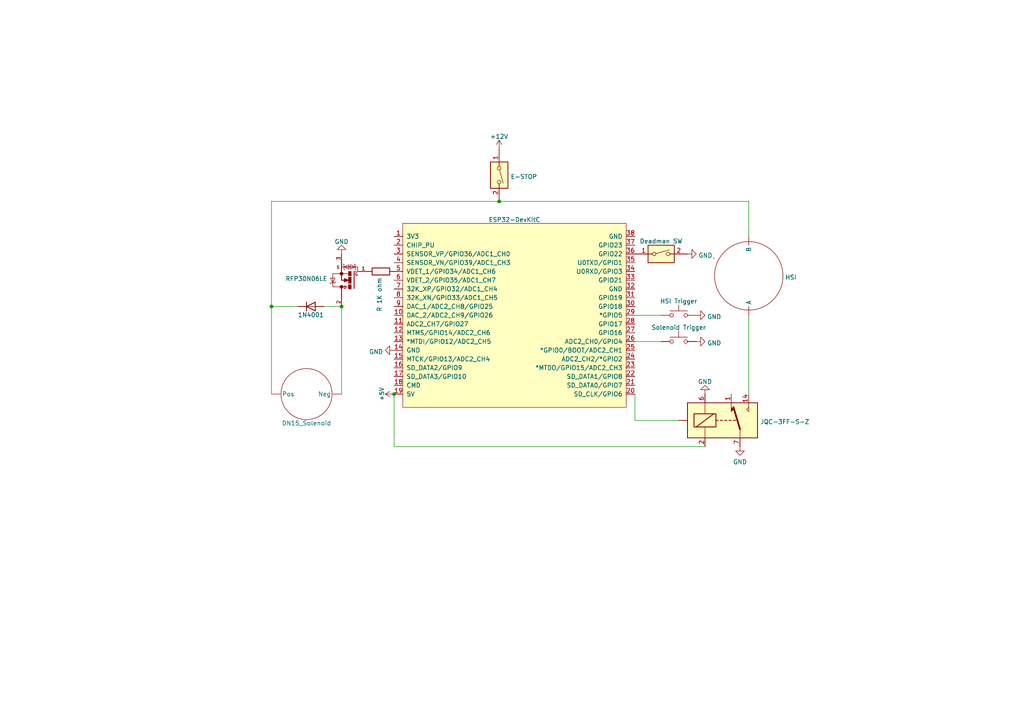
<source format=kicad_sch>
(kicad_sch (version 20211123) (generator eeschema)
  (paper "A4")
  (lib_symbols
    (symbol "Device:R" (pin_numbers hide) (pin_names (offset 0))
      (property "Reference" "R" (at 2.032 0 90))
      (property "Value" "R" (at 0 0 90))
      (symbol "R_0_1"
        (rectangle (start -1.016 -2.54) (end 1.016 2.54) (stroke (width 0.254)))
      )
      (symbol "R_1_1"
        (pin passive line (at 0 3.81 270) (length 1.27) (name "~") (number "1"))
        (pin passive line (at 0 -3.81 90) (length 1.27) (name "~") (number "2"))
      )
    )
    (symbol "Diode:1N4001" (pin_numbers hide) (pin_names (offset 1.016) hide)
      (property "Reference" "D" (at 0 2.54 0))
      (property "Value" "1N4001" (at 0 -2.54 0))
      (symbol "1N4001_0_1"
        (polyline (pts (xy -1.27 1.27) (xy -1.27 -1.27)) (stroke (width 0.254)))
        (polyline (pts (xy 1.27 0) (xy -1.27 0)))
        (polyline (pts (xy 1.27 1.27) (xy 1.27 -1.27) (xy -1.27 0) (xy 1.27 1.27)) (stroke (width 0.254)))
      )
      (symbol "1N4001_1_1"
        (pin passive line (at -3.81 0 0) (length 2.54) (name "K") (number "1"))
        (pin passive line (at 3.81 0 180) (length 2.54) (name "A") (number "2"))
      )
    )
    (symbol "Espressif:ESP32-DevKitC" (pin_names (offset 1.016))
      (property "Reference" "U" (at -8.89 26.67 0))
      (property "Value" "ESP32-DevKitC" (at 0 -29.21 0))
      (symbol "ESP32-DevKitC_0_0"
        (pin power_in line (at -33.02 -11.43 0) (length 2.54) (name "GND") (number "14"))
        (pin power_in line (at -33.02 -24.13 0) (length 2.54) (name "5V") (number "19"))
      )
      (symbol "ESP32-DevKitC_0_1"
        (rectangle (start -30.48 25.4) (end 34.29 -27.94) (fill (type background)))
      )
      (symbol "ESP32-DevKitC_1_1"
        (pin power_in line (at -33.02 21.59 0) (length 2.54) (name "3V3") (number "1"))
        (pin bidirectional line (at -33.02 -1.27 0) (length 2.54) (name "DAC_2/ADC2_CH9/GPIO26") (number "10"))
        (pin bidirectional line (at -33.02 -3.81 0) (length 2.54) (name "ADC2_CH7/GPIO27") (number "11"))
        (pin bidirectional line (at -33.02 -6.35 0) (length 2.54) (name "MTMS/GPIO14/ADC2_CH6") (number "12"))
        (pin bidirectional line (at -33.02 -8.89 0) (length 2.54) (name "*MTDI/GPIO12/ADC2_CH5") (number "13"))
        (pin bidirectional line (at -33.02 -13.97 0) (length 2.54) (name "MTCK/GPIO13/ADC2_CH4") (number "15"))
        (pin bidirectional line (at -33.02 -16.51 0) (length 2.54) (name "SD_DATA2/GPIO9") (number "16"))
        (pin bidirectional line (at -33.02 -19.05 0) (length 2.54) (name "SD_DATA3/GPIO10") (number "17"))
        (pin bidirectional line (at -33.02 -21.59 0) (length 2.54) (name "CMD") (number "18"))
        (pin input line (at -33.02 19.05 0) (length 2.54) (name "CHIP_PU") (number "2"))
        (pin bidirectional line (at 36.83 -24.13 180) (length 2.54) (name "SD_CLK/GPIO6") (number "20"))
        (pin bidirectional line (at 36.83 -21.59 180) (length 2.54) (name "SD_DATA0/GPIO7") (number "21"))
        (pin bidirectional line (at 36.83 -19.05 180) (length 2.54) (name "SD_DATA1/GPIO8") (number "22"))
        (pin bidirectional line (at 36.83 -16.51 180) (length 2.54) (name "*MTDO/GPIO15/ADC2_CH3") (number "23"))
        (pin bidirectional line (at 36.83 -13.97 180) (length 2.54) (name "ADC2_CH2/*GPIO2") (number "24"))
        (pin bidirectional line (at 36.83 -11.43 180) (length 2.54) (name "*GPIO0/BOOT/ADC2_CH1") (number "25"))
        (pin bidirectional line (at 36.83 -8.89 180) (length 2.54) (name "ADC2_CH0/GPIO4") (number "26"))
        (pin bidirectional line (at 36.83 -6.35 180) (length 2.54) (name "GPIO16") (number "27"))
        (pin bidirectional line (at 36.83 -3.81 180) (length 2.54) (name "GPIO17") (number "28"))
        (pin bidirectional line (at 36.83 -1.27 180) (length 2.54) (name "*GPIO5") (number "29"))
        (pin input line (at -33.02 16.51 0) (length 2.54) (name "SENSOR_VP/GPIO36/ADC1_CH0") (number "3"))
        (pin bidirectional line (at 36.83 1.27 180) (length 2.54) (name "GPIO18") (number "30"))
        (pin bidirectional line (at 36.83 3.81 180) (length 2.54) (name "GPIO19") (number "31"))
        (pin power_in line (at 36.83 6.35 180) (length 2.54) (name "GND") (number "32"))
        (pin bidirectional line (at 36.83 8.89 180) (length 2.54) (name "GPIO21") (number "33"))
        (pin bidirectional line (at 36.83 11.43 180) (length 2.54) (name "U0RXD/GPIO3") (number "34"))
        (pin bidirectional line (at 36.83 13.97 180) (length 2.54) (name "U0TXD/GPIO1") (number "35"))
        (pin bidirectional line (at 36.83 16.51 180) (length 2.54) (name "GPIO22") (number "36"))
        (pin bidirectional line (at 36.83 19.05 180) (length 2.54) (name "GPIO23") (number "37"))
        (pin power_in line (at 36.83 21.59 180) (length 2.54) (name "GND") (number "38"))
        (pin input line (at -33.02 13.97 0) (length 2.54) (name "SENSOR_VN/GPIO39/ADC1_CH3") (number "4"))
        (pin input line (at -33.02 11.43 0) (length 2.54) (name "VDET_1/GPIO34/ADC1_CH6") (number "5"))
        (pin input line (at -33.02 8.89 0) (length 2.54) (name "VDET_2/GPIO35/ADC1_CH7") (number "6"))
        (pin bidirectional line (at -33.02 6.35 0) (length 2.54) (name "32K_XP/GPIO32/ADC1_CH4") (number "7"))
        (pin bidirectional line (at -33.02 3.81 0) (length 2.54) (name "32K_XN/GPIO33/ADC1_CH5") (number "8"))
        (pin bidirectional line (at -33.02 1.27 0) (length 2.54) (name "DAC_1/ADC2_CH8/GPIO25") (number "9"))
      )
    )
    (symbol "RFP30N06LE:RFP30N06LE" (pin_names (offset 1.016) hide)
      (property "Reference" "Q" (at 5.08 2.54 0))
      (property "Value" "RFP30N06LE" (at 5.08 -2.54 0))
      (symbol "RFP30N06LE_0_0"
        (rectangle (start -2.794 -2.54) (end -2.032 -1.27) (fill (type outline)))
        (rectangle (start -2.794 1.27) (end -2.032 2.54) (fill (type outline)))
        (circle (center 0 -1.905) (radius 0.127) (stroke (width 0.4064)))
        (polyline (pts (xy -4.6736 -3.8608) (xy -3.937 -3.8608)) (stroke (width 0.1524)))
        (polyline (pts (xy -4.6736 -2.54) (xy -5.08 -2.54)) (stroke (width 0.1524)))
        (polyline (pts (xy -4.6736 -2.54) (xy -4.6736 -3.8608)) (stroke (width 0.1524)))
        (polyline (pts (xy -4.2164 -3.0226) (xy -3.937 -3.2258)) (stroke (width 0.1524)))
        (polyline (pts (xy -3.937 -4.4958) (xy -3.937 -3.8608)) (stroke (width 0.1524)))
        (polyline (pts (xy -3.937 -4.4958) (xy -3.6576 -4.699)) (stroke (width 0.1524)))
        (polyline (pts (xy -3.937 -3.8608) (xy -3.937 -3.2258)) (stroke (width 0.1524)))
        (polyline (pts (xy -3.937 -3.8608) (xy -2.54 -4.4958)) (stroke (width 0.1524)))
        (polyline (pts (xy -3.937 -3.8608) (xy -1.27 -3.8608)) (stroke (width 0.1524)))
        (polyline (pts (xy -3.6576 -2.54) (xy -4.6736 -2.54)) (stroke (width 0.1524)))
        (polyline (pts (xy -3.6576 2.413) (xy -3.6576 -2.54)) (stroke (width 0.254)))
        (polyline (pts (xy -2.54 -4.4958) (xy -2.54 -3.2258)) (stroke (width 0.1524)))
        (polyline (pts (xy -2.54 -3.2258) (xy -3.937 -3.8608)) (stroke (width 0.1524)))
        (polyline (pts (xy -2.286 0) (xy -0.762 -0.508)) (stroke (width 0.1524)))
        (polyline (pts (xy -2.1082 -4.4958) (xy -0.7112 -3.8608)) (stroke (width 0.1524)))
        (polyline (pts (xy -2.1082 -3.2258) (xy -2.1082 -4.4958)) (stroke (width 0.1524)))
        (polyline (pts (xy -2.032 -1.905) (xy 0 -1.905)) (stroke (width 0.1524)))
        (polyline (pts (xy -2.032 0) (xy -2.286 0)) (stroke (width 0.254)))
        (polyline (pts (xy -2.032 0) (xy -0.889 -0.254)) (stroke (width 0.3048)))
        (polyline (pts (xy -1.905 0) (xy -2.032 0)) (stroke (width 0.254)))
        (polyline (pts (xy -1.143 0.254) (xy -2.032 0)) (stroke (width 0.3048)))
        (polyline (pts (xy -0.889 -0.254) (xy -0.889 0.254)) (stroke (width 0.3048)))
        (polyline (pts (xy -0.889 0.254) (xy -2.286 0)) (stroke (width 0.1524)))
        (polyline (pts (xy -0.889 0.254) (xy -1.905 0)) (stroke (width 0.3048)))
        (polyline (pts (xy -0.762 -0.508) (xy -0.762 0)) (stroke (width 0.1524)))
        (polyline (pts (xy -0.762 0) (xy -1.905 0)) (stroke (width 0.254)))
        (polyline (pts (xy -0.762 0) (xy -0.762 0.508)) (stroke (width 0.1524)))
        (polyline (pts (xy -0.762 0) (xy 0 0)) (stroke (width 0.254)))
        (polyline (pts (xy -0.762 0.508) (xy -2.286 0)) (stroke (width 0.1524)))
        (polyline (pts (xy -0.7112 -3.8608) (xy -3.3782 -3.8608)) (stroke (width 0.1524)))
        (polyline (pts (xy -0.7112 -3.8608) (xy -2.1082 -3.2258)) (stroke (width 0.1524)))
        (polyline (pts (xy -0.7112 -3.8608) (xy -0.7112 -4.4958)) (stroke (width 0.1524)))
        (polyline (pts (xy -0.7112 -3.2258) (xy -0.9906 -3.0226)) (stroke (width 0.1524)))
        (polyline (pts (xy -0.7112 -3.2258) (xy -0.7112 -3.8608)) (stroke (width 0.1524)))
        (polyline (pts (xy -0.4318 -4.699) (xy -0.7112 -4.4958)) (stroke (width 0.1524)))
        (polyline (pts (xy 0 -5.08) (xy 0 -3.8608)) (stroke (width 0.254)))
        (polyline (pts (xy 0 -3.8608) (xy -0.7112 -3.8608)) (stroke (width 0.1524)))
        (polyline (pts (xy 0 -3.8608) (xy 0 -2.032)) (stroke (width 0.254)))
        (polyline (pts (xy 0 -1.905) (xy 0 -2.032)) (stroke (width 0.1524)))
        (polyline (pts (xy 0 0) (xy 0 -1.778)) (stroke (width 0.254)))
        (polyline (pts (xy 0 1.905) (xy -2.0066 1.905)) (stroke (width 0.1524)))
        (polyline (pts (xy 0 1.905) (xy 2.54 1.905)) (stroke (width 0.1524)))
        (polyline (pts (xy 0 2.032) (xy 0 1.905)) (stroke (width 0.1524)))
        (polyline (pts (xy 0 5.08) (xy 0 2.032)) (stroke (width 0.254)))
        (polyline (pts (xy 1.905 -0.635) (xy 3.175 -0.635)) (stroke (width 0.1524)))
        (polyline (pts (xy 1.905 0.762) (xy 1.7018 0.4826)) (stroke (width 0.1524)))
        (polyline (pts (xy 1.905 0.762) (xy 2.54 0.762)) (stroke (width 0.1524)))
        (polyline (pts (xy 2.54 -1.905) (xy 0 -1.905)) (stroke (width 0.1524)))
        (polyline (pts (xy 2.54 0.762) (xy 1.905 -0.635)) (stroke (width 0.1524)))
        (polyline (pts (xy 2.54 0.762) (xy 2.54 -1.905)) (stroke (width 0.1524)))
        (polyline (pts (xy 2.54 0.762) (xy 3.175 0.762)) (stroke (width 0.1524)))
        (polyline (pts (xy 2.54 1.905) (xy 2.54 0.762)) (stroke (width 0.1524)))
        (polyline (pts (xy 3.175 -0.635) (xy 2.54 0.762)) (stroke (width 0.1524)))
        (polyline (pts (xy 3.3782 1.0414) (xy 3.175 0.762)) (stroke (width 0.1524)))
        (polyline (pts (xy -2.794 0.889) (xy -2.032 0.889) (xy -2.032 -0.889) (xy -2.794 -0.889) (xy -2.794 0.889)) (fill (type outline)))
        (circle (center 0 1.905) (radius 0.127) (stroke (width 0.4064)))
        (text "D" (at -1.524 2.54 0) (effects (font (size 0.8128 0.8128)) (justify left bottom)))
        (text "G" (at -4.826 -1.27 0) (effects (font (size 0.8128 0.8128)) (justify left bottom)))
        (text "S" (at 0.5334 -3.2512 0) (effects (font (size 0.8128 0.8128)) (justify left bottom)))
        (pin input line (at -7.62 -2.54 0) (length 2.54) (name "~") (number "1"))
        (pin power_in line (at 0 7.62 270) (length 2.54) (name "~") (number "2"))
        (pin power_in line (at 0 -7.62 90) (length 2.54) (name "~") (number "3"))
      )
    )
    (symbol "Relay:DIPxx-1Cxx-51x"
      (property "Value" "JQC-3FF-S-Z" (at 10.922 -1.7022 0))
      (symbol "DIPxx-1Cxx-51x_0_0"
        (polyline (pts (xy 2.54 5.08) (xy 2.54 2.54) (xy 3.175 3.175) (xy 2.54 3.81)) (fill (type outline)))
        (polyline (pts (xy 7.62 5.08) (xy 7.62 2.54) (xy 6.985 3.175) (xy 7.62 3.81)))
      )
      (symbol "DIPxx-1Cxx-51x_0_1"
        (rectangle (start -10.16 5.08) (end 10.16 -5.08) (stroke (width 0.254)) (fill (type background)))
        (rectangle (start -8.255 1.905) (end -1.905 -1.905) (stroke (width 0.254)))
        (polyline (pts (xy -7.62 -1.905) (xy -2.54 1.905)) (stroke (width 0.254)))
        (polyline (pts (xy -5.08 -5.08) (xy -5.08 -1.905)))
        (polyline (pts (xy -5.08 5.08) (xy -5.08 1.905)))
        (polyline (pts (xy -1.905 0) (xy -1.27 0)) (stroke (width 0.254)))
        (polyline (pts (xy -0.635 0) (xy 0 0)) (stroke (width 0.254)))
        (polyline (pts (xy 0.635 0) (xy 1.27 0)) (stroke (width 0.254)))
        (polyline (pts (xy 1.905 0) (xy 2.54 0)) (stroke (width 0.254)))
        (polyline (pts (xy 3.175 0) (xy 3.81 0)) (stroke (width 0.254)))
        (polyline (pts (xy 5.08 -2.54) (xy 3.175 3.81)) (stroke (width 0.508)))
        (polyline (pts (xy 5.08 -2.54) (xy 5.08 -5.08)))
      )
      (symbol "DIPxx-1Cxx-51x_1_1"
        (pin input line (at -12.7 0 0) (length 2.54) (name "") (number ""))
        (pin passive line (at 2.54 7.62 270) (length 2.54) (name "~") (number "1"))
        (pin passive line (at 7.62 7.62 270) (length 2.54) (name "~") (number "14"))
        (pin passive line (at -5.08 -7.62 90) (length 2.54) (name "~") (number "2"))
        (pin passive line (at -5.08 7.62 270) (length 2.54) (name "~") (number "6"))
        (pin passive line (at 5.08 -7.62 90) (length 2.54) (name "~") (number "7"))
        (pin passive line (at 5.08 -7.62 90) (length 2.54) hide (name "~") (number "8"))
      )
    )
    (symbol "Relay:HSI"
      (property "Value" "HSI" (at 0 0 0))
      (symbol "HSI_0_1"
        (circle (center 0 0) (radius 9.919))
        (circle (center 5.08 10.16) (radius 0.0001))
      )
      (symbol "HSI_1_1"
        (pin input line (at -11.43 0 0) (length 2.54) (name "A") (number ""))
        (pin output line (at 11.43 0 180) (length 2.54) (name "B") (number ""))
      )
    )
    (symbol "Solenoids:DN15_Solenoid"
      (property "Value" "DN15_Solenoid" (at 0 -8.89 0))
      (symbol "DN15_Solenoid_0_1"
        (circle (center 0 0) (radius 7.4053))
      )
      (symbol "DN15_Solenoid_1_1"
        (pin input line (at -10.16 0 0) (length 2.54) (name "Neg") (number ""))
        (pin input line (at 10.16 0 180) (length 2.54) (name "Pos") (number ""))
      )
    )
    (symbol "Switch:SW_DIP_x01" (pin_names (offset 0) hide)
      (property "Reference" "SW" (at 0 3.81 0))
      (property "Value" "SW_DIP_x01" (at 0 -3.81 0))
      (symbol "SW_DIP_x01_0_0"
        (circle (center -2.032 0) (radius 0.508))
        (polyline (pts (xy -1.524 0.127) (xy 2.3622 1.1684)))
        (circle (center 2.032 0) (radius 0.508))
      )
      (symbol "SW_DIP_x01_0_1"
        (rectangle (start -3.81 2.54) (end 3.81 -2.54) (stroke (width 0.254)) (fill (type background)))
      )
      (symbol "SW_DIP_x01_1_1"
        (pin passive line (at -7.62 0 0) (length 5.08) (name "~") (number "1"))
        (pin passive line (at 7.62 0 180) (length 5.08) (name "~") (number "2"))
      )
    )
    (symbol "Switch:SW_Push" (pin_numbers hide) (pin_names (offset 1.016) hide)
      (property "Reference" "SW" (at 1.27 2.54 0))
      (property "Value" "SW_Push" (at 0 -1.524 0))
      (symbol "SW_Push_0_1"
        (circle (center -2.032 0) (radius 0.508))
        (polyline (pts (xy 0 1.27) (xy 0 3.048)))
        (polyline (pts (xy 2.54 1.27) (xy -2.54 1.27)))
        (circle (center 2.032 0) (radius 0.508))
        (pin passive line (at -5.08 0 0) (length 2.54) (name "1") (number "1"))
        (pin passive line (at 5.08 0 180) (length 2.54) (name "2") (number "2"))
      )
    )
    (symbol "power:+12V" (power) (pin_names (offset 0))
      (property "Value" "+12V" (at 0 3.556 0))
      (symbol "+12V_0_1"
        (polyline (pts (xy -0.762 1.27) (xy 0 2.54)))
        (polyline (pts (xy 0 0) (xy 0 2.54)))
        (polyline (pts (xy 0 2.54) (xy 0.762 1.27)))
      )
      (symbol "+12V_1_1"
        (pin power_in line (at 0 0 90) (length 0) hide (name "+12V") (number "1"))
      )
    )
    (symbol "power:+5V" (power) (pin_names (offset 0))
      (property "Value" "+5V" (at 0 3.556 0))
      (symbol "+5V_0_1"
        (polyline (pts (xy -0.762 1.27) (xy 0 2.54)))
        (polyline (pts (xy 0 0) (xy 0 2.54)))
        (polyline (pts (xy 0 2.54) (xy 0.762 1.27)))
      )
      (symbol "+5V_1_1"
        (pin power_in line (at 0 0 90) (length 0) hide (name "+5V") (number "1"))
      )
    )
    (symbol "power:GND" (power) (pin_names (offset 0))
      (property "Value" "GND" (at 0 -3.81 0))
      (symbol "GND_0_1"
        (polyline (pts (xy 0 0) (xy 0 -1.27) (xy 1.27 -1.27) (xy 0 -2.54) (xy -1.27 -1.27) (xy 0 -1.27)))
      )
      (symbol "GND_1_1"
        (pin power_in line (at 0 0 270) (length 0) hide (name "GND") (number "1"))
      )
    )
  )
  (junction (at 114.3 114.3))
  (junction (at 99.06 88.9))
  (junction (at 144.78 58.42))
  (junction (at 78.74 88.9))
  (wire (pts (xy 78.74 88.9) (xy 86.36 88.9)))
  (wire (pts (xy 184.15 91.44) (xy 191.77 91.44)))
  (wire (pts (xy 78.74 88.9) (xy 78.74 58.42)))
  (wire (pts (xy 204.47 129.54) (xy 114.3 129.54)))
  (wire (pts (xy 184.15 121.92) (xy 184.15 114.3)))
  (wire (pts (xy 217.17 114.3) (xy 217.17 91.44)))
  (wire (pts (xy 114.3 114.3) (xy 114.3 129.54)))
  (wire (pts (xy 99.06 88.9) (xy 93.98 88.9)))
  (wire (pts (xy 78.74 58.42) (xy 144.78 58.42)))
  (wire (pts (xy 217.17 58.42) (xy 144.78 58.42)))
  (wire (pts (xy 184.15 99.06) (xy 191.77 99.06)))
  (wire (pts (xy 78.74 88.9) (xy 78.74 114.3)))
  (wire (pts (xy 196.85 121.92) (xy 184.15 121.92)))
  (wire (pts (xy 99.06 88.9) (xy 99.06 114.3)))
  (wire (pts (xy 217.17 68.58) (xy 217.17 58.42)))
  (symbol (lib_id "Switch:SW_Push") (at 196.85 99.06 0) (unit 1)
    (property "Reference" "SW?" (effects hide))
    (property "Value" "Solenoid Trigger" (at 196.85 94.9761 0))
  )
  (symbol (lib_id "power:GND") (at 201.93 91.44 90) (unit 1)
    (property "Reference" "#PWR?" (effects hide))
    (property "Value" "GND" (at 205.105 91.8738 90) (effects (justify right)))
  )
  (symbol (lib_id "power:GND") (at 201.93 99.06 90) (unit 1)
    (property "Reference" "#PWR?" (effects hide))
    (property "Value" "GND" (at 205.105 99.4938 90) (effects (justify right)))
  )
  (symbol (lib_id "power:GND") (at 99.06 73.66 180) (unit 1)
    (property "Reference" "#PWR?" (effects hide))
    (property "Value" "GND" (at 99.06 70.0842 0))
  )
  (symbol (lib_id "RFP30N06LE:RFP30N06LE") (at 99.06 81.28 180) (unit 1)
    (property "Reference" "Q?" (effects hide))
    (property "Value" "RFP30N06LE" (at 94.9706 80.8462 0) (effects (justify left)))
    (property "Footprint" "TRANS_RFP30N06LE" (effects hide))
    (property "MANUFACTURER" "FAIRCHILD SEMICONDUCTORS" (effects hide))
  )
  (symbol (lib_id "Espressif:ESP32-DevKitC") (at 147.32 90.17 0) (unit 1)
    (property "Reference" "U?" (effects hide))
    (property "Value" "ESP32-DevKitC" (at 149.225 63.7342 0))
    (property "Footprint" "Espressif:ESP32-DevKitC" (effects hide))
    (property "Datasheet" "https://docs.espressif.com/projects/esp-idf/zh_CN/latest/esp32/hw-reference/esp32/get-started-devkitc.html" (effects hide))
  )
  (symbol (lib_id "Switch:SW_Push") (at 196.85 91.44 0) (unit 1)
    (property "Reference" "SW?" (effects hide))
    (property "Value" "HSI Trigger" (at 196.85 87.3562 0))
  )
  (symbol (lib_id "Device:R") (at 110.49 78.74 270) (unit 1)
    (property "Reference" "R?" (effects hide))
    (property "Value" "R 1K ohm" (at 110.0562 80.518 0) (effects (justify left)))
  )
  (symbol (lib_id "Switch:SW_DIP_x01") (at 191.77 73.66 0) (unit 1)
    (property "Reference" "SW?" (effects hide))
    (property "Value" "Deadman SW" (at 191.77 69.9572 0))
  )
  (symbol (lib_id "power:+12V") (at 144.78 43.18 0) (unit 1)
    (property "Reference" "#PWR?" (effects hide))
    (property "Value" "+12V" (at 144.78 39.6042 0))
  )
  (symbol (lib_id "Relay:HSI") (at 217.17 80.01 90) (unit 1)
    (property "Reference" "U?" (effects hide))
    (property "Value" "HSI" (at 227.7239 80.4438 90) (effects (justify right)))
  )
  (symbol (lib_id "power:GND") (at 214.63 129.54 0) (unit 1)
    (property "Reference" "#PWR?" (effects hide))
    (property "Value" "GND" (at 214.63 133.9834 0))
  )
  (symbol (lib_id "Relay:DIPxx-1Cxx-51x") (at 209.55 121.92 0) (unit 1)
    (property "Reference" "K?" (effects hide))
    (property "Value" "JQC-3FF-S-Z" (at 220.472 122.3538 0) (effects (justify left)))
    (property "Footprint" "Relay_THT:Relay_StandexMeder_DIP_LowProfile" (effects hide))
    (property "Datasheet" "https://standexelectronics.com/wp-content/uploads/datasheet_reed_relay_DIP.pdf" (effects hide))
  )
  (symbol (lib_id "Diode:1N4001") (at 90.17 88.9 0) (unit 1)
    (property "Reference" "D?" (effects hide))
    (property "Value" "1N4001" (at 90.17 91.3328 0))
    (property "Footprint" "Diode_THT:D_DO-41_SOD81_P10.16mm_Horizontal" (effects hide))
    (property "Datasheet" "http://www.vishay.com/docs/88503/1n4001.pdf" (effects hide))
  )
  (symbol (lib_id "power:+5V") (at 114.3 114.3 90) (unit 1)
    (property "Reference" "#PWR?" (effects hide))
    (property "Value" "+5V" (at 110.7242 114.3 0))
  )
  (symbol (lib_id "power:GND") (at 114.3 101.6 270) (unit 1)
    (property "Reference" "#PWR?" (effects hide))
    (property "Value" "GND" (at 111.1251 102.0338 90) (effects (justify right)))
  )
  (symbol (lib_id "Solenoids:DN15_Solenoid") (at 88.9 114.3 180) (unit 1)
    (property "Reference" "U?" (effects hide))
    (property "Value" "DN15_Solenoid" (at 88.9 122.7411 0))
  )
  (symbol (lib_id "power:GND") (at 199.39 73.66 90) (unit 1)
    (property "Reference" "#PWR?" (effects hide))
    (property "Value" "GND" (at 202.565 74.0938 90) (effects (justify right)))
  )
  (symbol (lib_id "Switch:SW_DIP_x01") (at 144.78 50.8 270) (unit 1)
    (property "Reference" "SW?" (effects hide))
    (property "Value" "E-STOP" (at 148.082 51.2338 90) (effects (justify left)))
  )
  (symbol (lib_id "power:GND") (at 204.47 114.3 180) (unit 1)
    (property "Reference" "#PWR?" (effects hide))
    (property "Value" "GND" (at 204.47 110.7242 0))
  )
)
</source>
